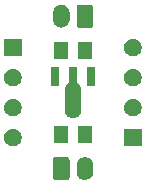
<source format=gts>
G04 #@! TF.GenerationSoftware,KiCad,Pcbnew,5.0.1-33cea8e~68~ubuntu18.04.1*
G04 #@! TF.CreationDate,2018-11-17T13:39:52+01:00*
G04 #@! TF.ProjectId,MCP1702_SOT89_breakoutmodule_JST,4D4350313730325F534F5438395F6272,rev?*
G04 #@! TF.SameCoordinates,Original*
G04 #@! TF.FileFunction,Soldermask,Top*
G04 #@! TF.FilePolarity,Negative*
%FSLAX46Y46*%
G04 Gerber Fmt 4.6, Leading zero omitted, Abs format (unit mm)*
G04 Created by KiCad (PCBNEW 5.0.1-33cea8e~68~ubuntu18.04.1) date za 17 nov 2018 13:39:52 CET*
%MOMM*%
%LPD*%
G01*
G04 APERTURE LIST*
%ADD10C,0.100000*%
G04 APERTURE END LIST*
D10*
G36*
X137037223Y-82935128D02*
X137169174Y-82975155D01*
X137290780Y-83040155D01*
X137397369Y-83127630D01*
X137484845Y-83234219D01*
X137549845Y-83355825D01*
X137589872Y-83487776D01*
X137600000Y-83590610D01*
X137600000Y-84209390D01*
X137589872Y-84312224D01*
X137549845Y-84444175D01*
X137484845Y-84565781D01*
X137397370Y-84672370D01*
X137290781Y-84759845D01*
X137169175Y-84824845D01*
X137037224Y-84864872D01*
X136900000Y-84878387D01*
X136762777Y-84864872D01*
X136630826Y-84824845D01*
X136509220Y-84759845D01*
X136402631Y-84672370D01*
X136315155Y-84565781D01*
X136250155Y-84444175D01*
X136210128Y-84312224D01*
X136200000Y-84209390D01*
X136200000Y-83590611D01*
X136210128Y-83487777D01*
X136250155Y-83355826D01*
X136315155Y-83234220D01*
X136402630Y-83127631D01*
X136509219Y-83040155D01*
X136630825Y-82975155D01*
X136762776Y-82935128D01*
X136900000Y-82921613D01*
X137037223Y-82935128D01*
X137037223Y-82935128D01*
G37*
G36*
X135423807Y-82929796D02*
X135464732Y-82942210D01*
X135502444Y-82962368D01*
X135535502Y-82989498D01*
X135562632Y-83022556D01*
X135582790Y-83060268D01*
X135595204Y-83101193D01*
X135600000Y-83149889D01*
X135600000Y-84650111D01*
X135595204Y-84698807D01*
X135582790Y-84739732D01*
X135562632Y-84777444D01*
X135535502Y-84810502D01*
X135502444Y-84837632D01*
X135464732Y-84857790D01*
X135423807Y-84870204D01*
X135375111Y-84875000D01*
X134424889Y-84875000D01*
X134376193Y-84870204D01*
X134335268Y-84857790D01*
X134297556Y-84837632D01*
X134264498Y-84810502D01*
X134237368Y-84777444D01*
X134217210Y-84739732D01*
X134204796Y-84698807D01*
X134200000Y-84650111D01*
X134200000Y-83149889D01*
X134204796Y-83101193D01*
X134217210Y-83060268D01*
X134237368Y-83022556D01*
X134264498Y-82989498D01*
X134297556Y-82962368D01*
X134335268Y-82942210D01*
X134376193Y-82929796D01*
X134424889Y-82925000D01*
X135375111Y-82925000D01*
X135423807Y-82929796D01*
X135423807Y-82929796D01*
G37*
G36*
X141720000Y-82030000D02*
X140220000Y-82030000D01*
X140220000Y-80530000D01*
X141720000Y-80530000D01*
X141720000Y-82030000D01*
X141720000Y-82030000D01*
G37*
G36*
X130956318Y-80544411D02*
X131028767Y-80558822D01*
X131085303Y-80582240D01*
X131165257Y-80615358D01*
X131288100Y-80697439D01*
X131392561Y-80801900D01*
X131474642Y-80924743D01*
X131531178Y-81061234D01*
X131560000Y-81206130D01*
X131560000Y-81353870D01*
X131531178Y-81498766D01*
X131474642Y-81635257D01*
X131392561Y-81758100D01*
X131288100Y-81862561D01*
X131165257Y-81944642D01*
X131085303Y-81977760D01*
X131028767Y-82001178D01*
X130956318Y-82015589D01*
X130883870Y-82030000D01*
X130736130Y-82030000D01*
X130663682Y-82015589D01*
X130591233Y-82001178D01*
X130534697Y-81977760D01*
X130454743Y-81944642D01*
X130331900Y-81862561D01*
X130227439Y-81758100D01*
X130145358Y-81635257D01*
X130088822Y-81498766D01*
X130060000Y-81353870D01*
X130060000Y-81206130D01*
X130088822Y-81061234D01*
X130145358Y-80924743D01*
X130227439Y-80801900D01*
X130331900Y-80697439D01*
X130454743Y-80615358D01*
X130534697Y-80582240D01*
X130591233Y-80558822D01*
X130663682Y-80544411D01*
X130736130Y-80530000D01*
X130883870Y-80530000D01*
X130956318Y-80544411D01*
X130956318Y-80544411D01*
G37*
G36*
X135500000Y-81725000D02*
X134300000Y-81725000D01*
X134300000Y-80275000D01*
X135500000Y-80275000D01*
X135500000Y-81725000D01*
X135500000Y-81725000D01*
G37*
G36*
X137500000Y-81725000D02*
X136300000Y-81725000D01*
X136300000Y-80275000D01*
X137500000Y-80275000D01*
X137500000Y-81725000D01*
X137500000Y-81725000D01*
G37*
G36*
X136240000Y-76589360D02*
X136242402Y-76613746D01*
X136249515Y-76637195D01*
X136261066Y-76658806D01*
X136285700Y-76685986D01*
X136290778Y-76690153D01*
X136290781Y-76690155D01*
X136397370Y-76777630D01*
X136484845Y-76884219D01*
X136549845Y-77005825D01*
X136589872Y-77137776D01*
X136600000Y-77240610D01*
X136600000Y-78959390D01*
X136589872Y-79062224D01*
X136549845Y-79194175D01*
X136484845Y-79315781D01*
X136397369Y-79422370D01*
X136290780Y-79509845D01*
X136169174Y-79574845D01*
X136037223Y-79614872D01*
X135900000Y-79628387D01*
X135762776Y-79614872D01*
X135630825Y-79574845D01*
X135509219Y-79509845D01*
X135402630Y-79422369D01*
X135315155Y-79315780D01*
X135250155Y-79194174D01*
X135210128Y-79062223D01*
X135200000Y-78959389D01*
X135200000Y-77275010D01*
X135200001Y-77275000D01*
X135200001Y-77240610D01*
X135210129Y-77137776D01*
X135250156Y-77005825D01*
X135315156Y-76884219D01*
X135402631Y-76777630D01*
X135509220Y-76690155D01*
X135509224Y-76690153D01*
X135514300Y-76685987D01*
X135531627Y-76668660D01*
X135545240Y-76648285D01*
X135554618Y-76625646D01*
X135560000Y-76589361D01*
X135560000Y-75300000D01*
X136240000Y-75300000D01*
X136240000Y-76589360D01*
X136240000Y-76589360D01*
G37*
G36*
X141116318Y-78004411D02*
X141188767Y-78018822D01*
X141245303Y-78042240D01*
X141325257Y-78075358D01*
X141448100Y-78157439D01*
X141552561Y-78261900D01*
X141634642Y-78384743D01*
X141667760Y-78464697D01*
X141691178Y-78521233D01*
X141720000Y-78666131D01*
X141720000Y-78813869D01*
X141691178Y-78958767D01*
X141690920Y-78959389D01*
X141634642Y-79095257D01*
X141552561Y-79218100D01*
X141448100Y-79322561D01*
X141325257Y-79404642D01*
X141245303Y-79437760D01*
X141188767Y-79461178D01*
X141116318Y-79475589D01*
X141043870Y-79490000D01*
X140896130Y-79490000D01*
X140823682Y-79475589D01*
X140751233Y-79461178D01*
X140694697Y-79437760D01*
X140614743Y-79404642D01*
X140491900Y-79322561D01*
X140387439Y-79218100D01*
X140305358Y-79095257D01*
X140249080Y-78959389D01*
X140248822Y-78958767D01*
X140220000Y-78813869D01*
X140220000Y-78666131D01*
X140248822Y-78521233D01*
X140272240Y-78464697D01*
X140305358Y-78384743D01*
X140387439Y-78261900D01*
X140491900Y-78157439D01*
X140614743Y-78075358D01*
X140694697Y-78042240D01*
X140751233Y-78018822D01*
X140823682Y-78004411D01*
X140896130Y-77990000D01*
X141043870Y-77990000D01*
X141116318Y-78004411D01*
X141116318Y-78004411D01*
G37*
G36*
X130956318Y-78004411D02*
X131028767Y-78018822D01*
X131085303Y-78042240D01*
X131165257Y-78075358D01*
X131288100Y-78157439D01*
X131392561Y-78261900D01*
X131474642Y-78384743D01*
X131507760Y-78464697D01*
X131531178Y-78521233D01*
X131560000Y-78666131D01*
X131560000Y-78813869D01*
X131531178Y-78958767D01*
X131530920Y-78959389D01*
X131474642Y-79095257D01*
X131392561Y-79218100D01*
X131288100Y-79322561D01*
X131165257Y-79404642D01*
X131085303Y-79437760D01*
X131028767Y-79461178D01*
X130956318Y-79475589D01*
X130883870Y-79490000D01*
X130736130Y-79490000D01*
X130663682Y-79475589D01*
X130591233Y-79461178D01*
X130534697Y-79437760D01*
X130454743Y-79404642D01*
X130331900Y-79322561D01*
X130227439Y-79218100D01*
X130145358Y-79095257D01*
X130089080Y-78959389D01*
X130088822Y-78958767D01*
X130060000Y-78813869D01*
X130060000Y-78666131D01*
X130088822Y-78521233D01*
X130112240Y-78464697D01*
X130145358Y-78384743D01*
X130227439Y-78261900D01*
X130331900Y-78157439D01*
X130454743Y-78075358D01*
X130534697Y-78042240D01*
X130591233Y-78018822D01*
X130663682Y-78004411D01*
X130736130Y-77990000D01*
X130883870Y-77990000D01*
X130956318Y-78004411D01*
X130956318Y-78004411D01*
G37*
G36*
X130956318Y-75464411D02*
X131028767Y-75478822D01*
X131085303Y-75502240D01*
X131165257Y-75535358D01*
X131288100Y-75617439D01*
X131392561Y-75721900D01*
X131474642Y-75844743D01*
X131531178Y-75981234D01*
X131560000Y-76126130D01*
X131560000Y-76273870D01*
X131531178Y-76418766D01*
X131474642Y-76555257D01*
X131392561Y-76678100D01*
X131288100Y-76782561D01*
X131165257Y-76864642D01*
X131117991Y-76884220D01*
X131028767Y-76921178D01*
X130956318Y-76935589D01*
X130883870Y-76950000D01*
X130736130Y-76950000D01*
X130663682Y-76935589D01*
X130591233Y-76921178D01*
X130502009Y-76884220D01*
X130454743Y-76864642D01*
X130331900Y-76782561D01*
X130227439Y-76678100D01*
X130145358Y-76555257D01*
X130088822Y-76418766D01*
X130060000Y-76273870D01*
X130060000Y-76126130D01*
X130088822Y-75981234D01*
X130145358Y-75844743D01*
X130227439Y-75721900D01*
X130331900Y-75617439D01*
X130454743Y-75535358D01*
X130534697Y-75502240D01*
X130591233Y-75478822D01*
X130663682Y-75464411D01*
X130736130Y-75450000D01*
X130883870Y-75450000D01*
X130956318Y-75464411D01*
X130956318Y-75464411D01*
G37*
G36*
X141116318Y-75464411D02*
X141188767Y-75478822D01*
X141245303Y-75502240D01*
X141325257Y-75535358D01*
X141448100Y-75617439D01*
X141552561Y-75721900D01*
X141634642Y-75844743D01*
X141691178Y-75981234D01*
X141720000Y-76126130D01*
X141720000Y-76273870D01*
X141691178Y-76418766D01*
X141634642Y-76555257D01*
X141552561Y-76678100D01*
X141448100Y-76782561D01*
X141325257Y-76864642D01*
X141277991Y-76884220D01*
X141188767Y-76921178D01*
X141116318Y-76935589D01*
X141043870Y-76950000D01*
X140896130Y-76950000D01*
X140823682Y-76935589D01*
X140751233Y-76921178D01*
X140662009Y-76884220D01*
X140614743Y-76864642D01*
X140491900Y-76782561D01*
X140387439Y-76678100D01*
X140305358Y-76555257D01*
X140248822Y-76418766D01*
X140220000Y-76273870D01*
X140220000Y-76126130D01*
X140248822Y-75981234D01*
X140305358Y-75844743D01*
X140387439Y-75721900D01*
X140491900Y-75617439D01*
X140614743Y-75535358D01*
X140694697Y-75502240D01*
X140751233Y-75478822D01*
X140823682Y-75464411D01*
X140896130Y-75450000D01*
X141043870Y-75450000D01*
X141116318Y-75464411D01*
X141116318Y-75464411D01*
G37*
G36*
X137740000Y-76900000D02*
X137060000Y-76900000D01*
X137060000Y-75300000D01*
X137740000Y-75300000D01*
X137740000Y-76900000D01*
X137740000Y-76900000D01*
G37*
G36*
X134740000Y-76900000D02*
X134060000Y-76900000D01*
X134060000Y-75300000D01*
X134740000Y-75300000D01*
X134740000Y-76900000D01*
X134740000Y-76900000D01*
G37*
G36*
X135500000Y-74625000D02*
X134300000Y-74625000D01*
X134300000Y-73175000D01*
X135500000Y-73175000D01*
X135500000Y-74625000D01*
X135500000Y-74625000D01*
G37*
G36*
X137500000Y-74625000D02*
X136300000Y-74625000D01*
X136300000Y-73175000D01*
X137500000Y-73175000D01*
X137500000Y-74625000D01*
X137500000Y-74625000D01*
G37*
G36*
X141116318Y-72924411D02*
X141188767Y-72938822D01*
X141245303Y-72962240D01*
X141325257Y-72995358D01*
X141448100Y-73077439D01*
X141552561Y-73181900D01*
X141634642Y-73304743D01*
X141691178Y-73441234D01*
X141720000Y-73586130D01*
X141720000Y-73733870D01*
X141691178Y-73878766D01*
X141634642Y-74015257D01*
X141552561Y-74138100D01*
X141448100Y-74242561D01*
X141325257Y-74324642D01*
X141245303Y-74357760D01*
X141188767Y-74381178D01*
X141116318Y-74395589D01*
X141043870Y-74410000D01*
X140896130Y-74410000D01*
X140823682Y-74395589D01*
X140751233Y-74381178D01*
X140694697Y-74357760D01*
X140614743Y-74324642D01*
X140491900Y-74242561D01*
X140387439Y-74138100D01*
X140305358Y-74015257D01*
X140248822Y-73878766D01*
X140220000Y-73733870D01*
X140220000Y-73586130D01*
X140248822Y-73441234D01*
X140305358Y-73304743D01*
X140387439Y-73181900D01*
X140491900Y-73077439D01*
X140614743Y-72995358D01*
X140694697Y-72962240D01*
X140751233Y-72938822D01*
X140823682Y-72924411D01*
X140896130Y-72910000D01*
X141043870Y-72910000D01*
X141116318Y-72924411D01*
X141116318Y-72924411D01*
G37*
G36*
X131560000Y-74410000D02*
X130060000Y-74410000D01*
X130060000Y-72910000D01*
X131560000Y-72910000D01*
X131560000Y-74410000D01*
X131560000Y-74410000D01*
G37*
G36*
X135037224Y-70035128D02*
X135169175Y-70075155D01*
X135290781Y-70140155D01*
X135397370Y-70227630D01*
X135484845Y-70334219D01*
X135549845Y-70455825D01*
X135589872Y-70587776D01*
X135600000Y-70690610D01*
X135600000Y-71309390D01*
X135589872Y-71412224D01*
X135549845Y-71544175D01*
X135484845Y-71665781D01*
X135397369Y-71772370D01*
X135290780Y-71859845D01*
X135169174Y-71924845D01*
X135037223Y-71964872D01*
X134900000Y-71978387D01*
X134762776Y-71964872D01*
X134630825Y-71924845D01*
X134509219Y-71859845D01*
X134402630Y-71772369D01*
X134315155Y-71665780D01*
X134250155Y-71544174D01*
X134210128Y-71412223D01*
X134200000Y-71309389D01*
X134200000Y-70690610D01*
X134210128Y-70587776D01*
X134250155Y-70455825D01*
X134315155Y-70334219D01*
X134402631Y-70227630D01*
X134509220Y-70140155D01*
X134630826Y-70075155D01*
X134762777Y-70035128D01*
X134900000Y-70021613D01*
X135037224Y-70035128D01*
X135037224Y-70035128D01*
G37*
G36*
X137423807Y-70029796D02*
X137464732Y-70042210D01*
X137502444Y-70062368D01*
X137535502Y-70089498D01*
X137562632Y-70122556D01*
X137582790Y-70160268D01*
X137595204Y-70201193D01*
X137600000Y-70249889D01*
X137600000Y-71750111D01*
X137595204Y-71798807D01*
X137582790Y-71839732D01*
X137562632Y-71877444D01*
X137535502Y-71910502D01*
X137502444Y-71937632D01*
X137464732Y-71957790D01*
X137423807Y-71970204D01*
X137375111Y-71975000D01*
X136424889Y-71975000D01*
X136376193Y-71970204D01*
X136335268Y-71957790D01*
X136297556Y-71937632D01*
X136264498Y-71910502D01*
X136237368Y-71877444D01*
X136217210Y-71839732D01*
X136204796Y-71798807D01*
X136200000Y-71750111D01*
X136200000Y-70249889D01*
X136204796Y-70201193D01*
X136217210Y-70160268D01*
X136237368Y-70122556D01*
X136264498Y-70089498D01*
X136297556Y-70062368D01*
X136335268Y-70042210D01*
X136376193Y-70029796D01*
X136424889Y-70025000D01*
X137375111Y-70025000D01*
X137423807Y-70029796D01*
X137423807Y-70029796D01*
G37*
M02*

</source>
